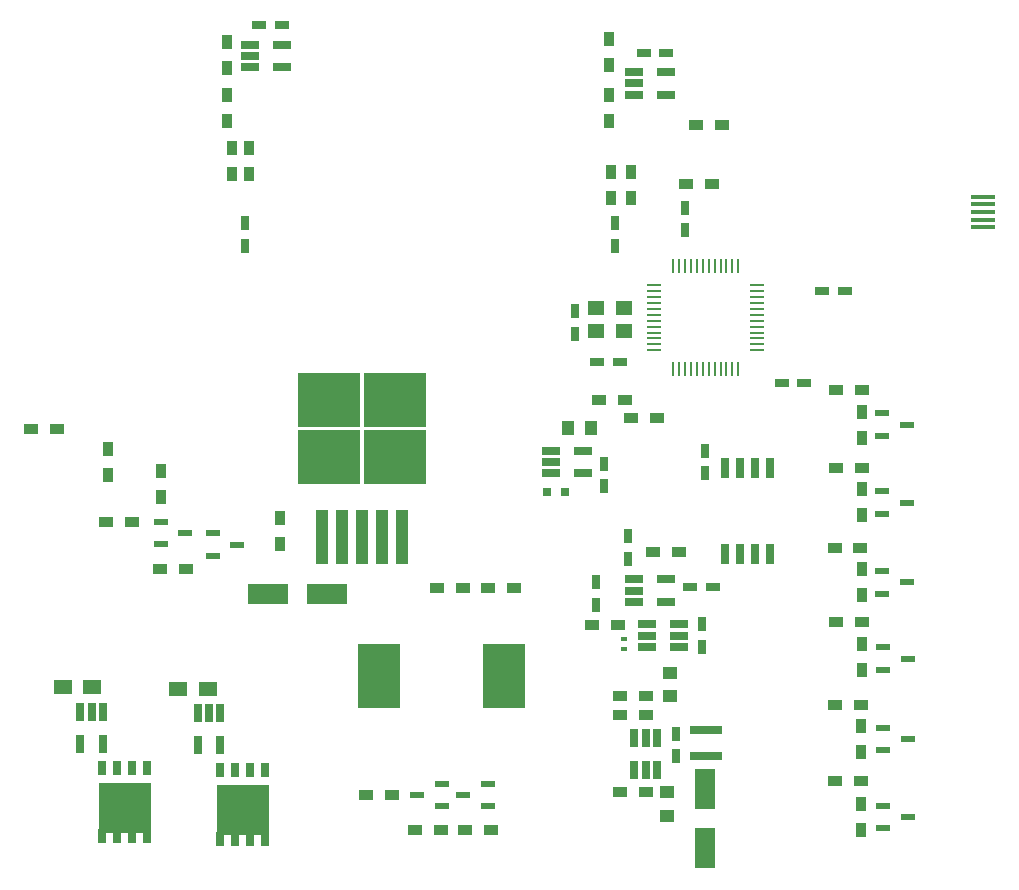
<source format=gbr>
G04 #@! TF.GenerationSoftware,KiCad,Pcbnew,(5.0.0)*
G04 #@! TF.CreationDate,2019-05-27T20:41:17+03:00*
G04 #@! TF.ProjectId,Telemetry,54656C656D657472792E6B696361645F,rev?*
G04 #@! TF.SameCoordinates,Original*
G04 #@! TF.FileFunction,Paste,Top*
G04 #@! TF.FilePolarity,Positive*
%FSLAX46Y46*%
G04 Gerber Fmt 4.6, Leading zero omitted, Abs format (unit mm)*
G04 Created by KiCad (PCBNEW (5.0.0)) date 05/27/19 20:41:17*
%MOMM*%
%LPD*%
G01*
G04 APERTURE LIST*
%ADD10R,1.400000X1.200000*%
%ADD11R,2.000000X0.400000*%
%ADD12R,0.750000X1.200000*%
%ADD13R,1.200000X0.900000*%
%ADD14R,0.900000X1.200000*%
%ADD15R,1.300000X0.600000*%
%ADD16R,1.560000X0.650000*%
%ADD17R,1.000000X1.250000*%
%ADD18R,0.650000X1.560000*%
%ADD19R,3.500000X1.800000*%
%ADD20R,1.200000X0.750000*%
%ADD21R,0.800000X0.750000*%
%ADD22R,1.250000X1.000000*%
%ADD23R,0.250000X1.300000*%
%ADD24R,1.300000X0.250000*%
%ADD25R,5.250000X4.550000*%
%ADD26R,1.100000X4.600000*%
%ADD27R,1.500000X1.250000*%
%ADD28R,0.700000X1.200000*%
%ADD29R,4.500000X4.290000*%
%ADD30R,1.550000X1.600000*%
%ADD31R,1.550000X1.200000*%
%ADD32R,2.700000X0.800000*%
%ADD33R,3.600000X5.400000*%
%ADD34R,1.800000X3.500000*%
%ADD35R,0.650000X1.700000*%
%ADD36R,0.600000X0.400000*%
G04 APERTURE END LIST*
D10*
G04 #@! TO.C,X101*
X121610000Y-66110000D03*
X119210000Y-66110000D03*
X121610000Y-64210000D03*
X119210000Y-64210000D03*
G04 #@! TD*
D11*
G04 #@! TO.C,J105*
X151950000Y-54750000D03*
X151937460Y-55400900D03*
X151937460Y-56050900D03*
X151937460Y-56700900D03*
X151937460Y-57350900D03*
G04 #@! TD*
D12*
G04 #@! TO.C,C106*
X128400000Y-78150000D03*
X128400000Y-76250000D03*
G04 #@! TD*
D13*
G04 #@! TO.C,R103*
X122200000Y-73500000D03*
X124400000Y-73500000D03*
G04 #@! TD*
G04 #@! TO.C,D101*
X121700000Y-72000000D03*
X119500000Y-72000000D03*
G04 #@! TD*
D14*
G04 #@! TO.C,R214*
X82400000Y-80200000D03*
X82400000Y-78000000D03*
G04 #@! TD*
D13*
G04 #@! TO.C,R213*
X79900000Y-82300000D03*
X77700000Y-82300000D03*
G04 #@! TD*
G04 #@! TO.C,R212*
X84500000Y-86300000D03*
X82300000Y-86300000D03*
G04 #@! TD*
G04 #@! TO.C,R211*
X101900000Y-105400000D03*
X99700000Y-105400000D03*
G04 #@! TD*
G04 #@! TO.C,R210*
X103900000Y-108400000D03*
X106100000Y-108400000D03*
G04 #@! TD*
D15*
G04 #@! TO.C,Q407*
X145600000Y-107250000D03*
X143500000Y-108200000D03*
X143500000Y-106300000D03*
G04 #@! TD*
G04 #@! TO.C,Q406*
X143500000Y-99700000D03*
X143500000Y-101600000D03*
X145600000Y-100650000D03*
G04 #@! TD*
G04 #@! TO.C,Q405*
X143500000Y-92900000D03*
X143500000Y-94800000D03*
X145600000Y-93850000D03*
G04 #@! TD*
G04 #@! TO.C,Q403*
X145500000Y-87400000D03*
X143400000Y-88350000D03*
X143400000Y-86450000D03*
G04 #@! TD*
G04 #@! TO.C,Q402*
X145550000Y-80650000D03*
X143450000Y-81600000D03*
X143450000Y-79700000D03*
G04 #@! TD*
G04 #@! TO.C,Q401*
X143450000Y-73100000D03*
X143450000Y-75000000D03*
X145550000Y-74050000D03*
G04 #@! TD*
G04 #@! TO.C,Q204*
X82350000Y-82250000D03*
X82350000Y-84150000D03*
X84450000Y-83200000D03*
G04 #@! TD*
G04 #@! TO.C,Q203*
X86750000Y-83250000D03*
X86750000Y-85150000D03*
X88850000Y-84200000D03*
G04 #@! TD*
G04 #@! TO.C,Q202*
X104050000Y-105400000D03*
X106150000Y-104450000D03*
X106150000Y-106350000D03*
G04 #@! TD*
G04 #@! TO.C,Q201*
X107950000Y-105400000D03*
X110050000Y-104450000D03*
X110050000Y-106350000D03*
G04 #@! TD*
D16*
G04 #@! TO.C,U301*
X115400000Y-76250000D03*
X115400000Y-77200000D03*
X115400000Y-78150000D03*
X118100000Y-78150000D03*
X118100000Y-76250000D03*
G04 #@! TD*
D17*
G04 #@! TO.C,C309*
X116800000Y-74350000D03*
X118800000Y-74350000D03*
G04 #@! TD*
D12*
G04 #@! TO.C,C302*
X119900000Y-79250000D03*
X119900000Y-77350000D03*
G04 #@! TD*
D14*
G04 #@! TO.C,R307*
X120500000Y-52650000D03*
X120500000Y-54850000D03*
G04 #@! TD*
G04 #@! TO.C,R305*
X88350000Y-52800000D03*
X88350000Y-50600000D03*
G04 #@! TD*
G04 #@! TO.C,R308*
X122150000Y-52650000D03*
X122150000Y-54850000D03*
G04 #@! TD*
G04 #@! TO.C,R306*
X89850000Y-52800000D03*
X89850000Y-50600000D03*
G04 #@! TD*
D16*
G04 #@! TO.C,U305*
X125150000Y-44200000D03*
X125150000Y-46100000D03*
X122450000Y-46100000D03*
X122450000Y-45150000D03*
X122450000Y-44200000D03*
G04 #@! TD*
G04 #@! TO.C,U303*
X92600000Y-41900000D03*
X92600000Y-43800000D03*
X89900000Y-43800000D03*
X89900000Y-42850000D03*
X89900000Y-41900000D03*
G04 #@! TD*
D18*
G04 #@! TO.C,U202*
X123400000Y-103250000D03*
X124350000Y-103250000D03*
X122450000Y-103250000D03*
X122450000Y-100550000D03*
X123400000Y-100550000D03*
X124350000Y-100550000D03*
G04 #@! TD*
D14*
G04 #@! TO.C,R415*
X141650000Y-106150000D03*
X141650000Y-108350000D03*
G04 #@! TD*
G04 #@! TO.C,R414*
X141650000Y-99550000D03*
X141650000Y-101750000D03*
G04 #@! TD*
G04 #@! TO.C,R413*
X141750000Y-92650000D03*
X141750000Y-94850000D03*
G04 #@! TD*
D13*
G04 #@! TO.C,R411*
X139450000Y-104250000D03*
X141650000Y-104250000D03*
G04 #@! TD*
G04 #@! TO.C,R410*
X139450000Y-97750000D03*
X141650000Y-97750000D03*
G04 #@! TD*
G04 #@! TO.C,R409*
X139550000Y-90750000D03*
X141750000Y-90750000D03*
G04 #@! TD*
D14*
G04 #@! TO.C,R407*
X141750000Y-86300000D03*
X141750000Y-88500000D03*
G04 #@! TD*
G04 #@! TO.C,R406*
X141700000Y-79500000D03*
X141700000Y-81700000D03*
G04 #@! TD*
G04 #@! TO.C,R405*
X141750000Y-72950000D03*
X141750000Y-75150000D03*
G04 #@! TD*
D13*
G04 #@! TO.C,R404*
X139400000Y-84500000D03*
X141600000Y-84500000D03*
G04 #@! TD*
G04 #@! TO.C,R403*
X139500000Y-77700000D03*
X141700000Y-77700000D03*
G04 #@! TD*
G04 #@! TO.C,R402*
X139550000Y-71150000D03*
X141750000Y-71150000D03*
G04 #@! TD*
D14*
G04 #@! TO.C,R304*
X120300000Y-48350000D03*
X120300000Y-46150000D03*
G04 #@! TD*
G04 #@! TO.C,R303*
X120300000Y-43600000D03*
X120300000Y-41400000D03*
G04 #@! TD*
G04 #@! TO.C,R302*
X87950000Y-48300000D03*
X87950000Y-46100000D03*
G04 #@! TD*
G04 #@! TO.C,R301*
X87950000Y-43850000D03*
X87950000Y-41650000D03*
G04 #@! TD*
D13*
G04 #@! TO.C,R209*
X110300000Y-108400000D03*
X108100000Y-108400000D03*
G04 #@! TD*
G04 #@! TO.C,R208*
X123400000Y-98600000D03*
X121200000Y-98600000D03*
G04 #@! TD*
G04 #@! TO.C,R207*
X121200000Y-97000000D03*
X123400000Y-97000000D03*
G04 #@! TD*
G04 #@! TO.C,R206*
X123400000Y-105150000D03*
X121200000Y-105150000D03*
G04 #@! TD*
D14*
G04 #@! TO.C,R205*
X77900000Y-78300000D03*
X77900000Y-76100000D03*
G04 #@! TD*
D13*
G04 #@! TO.C,R204*
X105750000Y-87900000D03*
X107950000Y-87900000D03*
G04 #@! TD*
G04 #@! TO.C,R203*
X73600000Y-74450000D03*
X71400000Y-74450000D03*
G04 #@! TD*
G04 #@! TO.C,R202*
X110100000Y-87900000D03*
X112300000Y-87900000D03*
G04 #@! TD*
D14*
G04 #@! TO.C,R201*
X92450000Y-81950000D03*
X92450000Y-84150000D03*
G04 #@! TD*
D13*
G04 #@! TO.C,R102*
X126800000Y-53700000D03*
X129000000Y-53700000D03*
G04 #@! TD*
G04 #@! TO.C,R101*
X129900000Y-48700000D03*
X127700000Y-48700000D03*
G04 #@! TD*
D19*
G04 #@! TO.C,D202*
X91400000Y-88400000D03*
X96400000Y-88400000D03*
G04 #@! TD*
D20*
G04 #@! TO.C,C307*
X125150000Y-42600000D03*
X123250000Y-42600000D03*
G04 #@! TD*
D12*
G04 #@! TO.C,C306*
X89450000Y-58900000D03*
X89450000Y-57000000D03*
G04 #@! TD*
D20*
G04 #@! TO.C,C304*
X92600000Y-40250000D03*
X90700000Y-40250000D03*
G04 #@! TD*
D12*
G04 #@! TO.C,C303*
X120850000Y-58900000D03*
X120850000Y-57000000D03*
G04 #@! TD*
D21*
G04 #@! TO.C,C301*
X116600000Y-79750000D03*
X115100000Y-79750000D03*
G04 #@! TD*
D22*
G04 #@! TO.C,C206*
X125450000Y-95050000D03*
X125450000Y-97050000D03*
G04 #@! TD*
G04 #@! TO.C,C205*
X125200000Y-107150000D03*
X125200000Y-105150000D03*
G04 #@! TD*
D12*
G04 #@! TO.C,C203*
X126000000Y-100200000D03*
X126000000Y-102100000D03*
G04 #@! TD*
D20*
G04 #@! TO.C,C105*
X119330000Y-68770000D03*
X121230000Y-68770000D03*
G04 #@! TD*
D12*
G04 #@! TO.C,C104*
X126700000Y-55700000D03*
X126700000Y-57600000D03*
G04 #@! TD*
D20*
G04 #@! TO.C,C103*
X136850000Y-70500000D03*
X134950000Y-70500000D03*
G04 #@! TD*
G04 #@! TO.C,C102*
X140250000Y-62700000D03*
X138350000Y-62700000D03*
G04 #@! TD*
D12*
G04 #@! TO.C,C101*
X117400000Y-66350000D03*
X117400000Y-64450000D03*
G04 #@! TD*
D23*
G04 #@! TO.C,U101*
X125750000Y-60650000D03*
X126250000Y-60650000D03*
X126750000Y-60650000D03*
X127250000Y-60650000D03*
X127750000Y-60650000D03*
X128250000Y-60650000D03*
X128750000Y-60650000D03*
X129250000Y-60650000D03*
X129750000Y-60650000D03*
X130250000Y-60650000D03*
X130750000Y-60650000D03*
X131250000Y-60650000D03*
D24*
X132850000Y-62250000D03*
X132850000Y-62750000D03*
X132850000Y-63250000D03*
X132850000Y-63750000D03*
X132850000Y-64250000D03*
X132850000Y-64750000D03*
X132850000Y-65250000D03*
X132850000Y-65750000D03*
X132850000Y-66250000D03*
X132850000Y-66750000D03*
X132850000Y-67250000D03*
X132850000Y-67750000D03*
D23*
X131250000Y-69350000D03*
X130750000Y-69350000D03*
X130250000Y-69350000D03*
X129750000Y-69350000D03*
X129250000Y-69350000D03*
X128750000Y-69350000D03*
X128250000Y-69350000D03*
X127750000Y-69350000D03*
X127250000Y-69350000D03*
X126750000Y-69350000D03*
X126250000Y-69350000D03*
X125750000Y-69350000D03*
D24*
X124150000Y-67750000D03*
X124150000Y-67250000D03*
X124150000Y-66750000D03*
X124150000Y-66250000D03*
X124150000Y-65750000D03*
X124150000Y-65250000D03*
X124150000Y-64750000D03*
X124150000Y-64250000D03*
X124150000Y-63750000D03*
X124150000Y-63250000D03*
X124150000Y-62750000D03*
X124150000Y-62250000D03*
G04 #@! TD*
D25*
G04 #@! TO.C,U201*
X102150000Y-76800000D03*
X96600000Y-71950000D03*
X96600000Y-76800000D03*
X102150000Y-71950000D03*
D26*
X102775000Y-83525000D03*
X101075000Y-83525000D03*
X99375000Y-83525000D03*
X97675000Y-83525000D03*
X95975000Y-83525000D03*
G04 #@! TD*
D27*
G04 #@! TO.C,C401*
X74050000Y-96300000D03*
X76550000Y-96300000D03*
G04 #@! TD*
G04 #@! TO.C,C402*
X86350000Y-96400000D03*
X83850000Y-96400000D03*
G04 #@! TD*
D18*
G04 #@! TO.C,U401*
X77450000Y-101050000D03*
X75550000Y-101050000D03*
X75550000Y-98350000D03*
X76500000Y-98350000D03*
X77450000Y-98350000D03*
G04 #@! TD*
G04 #@! TO.C,U402*
X87400000Y-98500000D03*
X86450000Y-98500000D03*
X85500000Y-98500000D03*
X85500000Y-101200000D03*
X87400000Y-101200000D03*
G04 #@! TD*
D28*
G04 #@! TO.C,Q404*
X81210000Y-103100000D03*
X79940000Y-103100000D03*
X78660000Y-103100000D03*
X77390000Y-103100000D03*
X77390000Y-108900000D03*
X78660000Y-108900000D03*
X79940000Y-108900000D03*
X81210000Y-108900000D03*
D29*
X79300000Y-106500000D03*
D30*
X80390000Y-107250000D03*
X78210000Y-107250000D03*
D31*
X80390000Y-105250000D03*
X78210000Y-105250000D03*
G04 #@! TD*
G04 #@! TO.C,Q408*
X88210000Y-105450000D03*
X90390000Y-105450000D03*
D30*
X88210000Y-107450000D03*
X90390000Y-107450000D03*
D29*
X89300000Y-106700000D03*
D28*
X91210000Y-109100000D03*
X89940000Y-109100000D03*
X88660000Y-109100000D03*
X87390000Y-109100000D03*
X87390000Y-103300000D03*
X88660000Y-103300000D03*
X89940000Y-103300000D03*
X91210000Y-103300000D03*
G04 #@! TD*
D20*
G04 #@! TO.C,C403*
X127200000Y-87750000D03*
X129100000Y-87750000D03*
G04 #@! TD*
D12*
G04 #@! TO.C,C404*
X119200000Y-87400000D03*
X119200000Y-89300000D03*
G04 #@! TD*
G04 #@! TO.C,C405*
X121900000Y-85400000D03*
X121900000Y-83500000D03*
G04 #@! TD*
D13*
G04 #@! TO.C,R401*
X118900000Y-91000000D03*
X121100000Y-91000000D03*
G04 #@! TD*
G04 #@! TO.C,R408*
X124000000Y-84800000D03*
X126200000Y-84800000D03*
G04 #@! TD*
D16*
G04 #@! TO.C,U403*
X126200000Y-92850000D03*
X126200000Y-91900000D03*
X126200000Y-90950000D03*
X123500000Y-90950000D03*
X123500000Y-92850000D03*
X123500000Y-91900000D03*
G04 #@! TD*
G04 #@! TO.C,U404*
X122450000Y-87150000D03*
X122450000Y-88100000D03*
X122450000Y-89050000D03*
X125150000Y-89050000D03*
X125150000Y-87150000D03*
G04 #@! TD*
D32*
G04 #@! TO.C,L201*
X128500000Y-102100000D03*
X128500000Y-99900000D03*
G04 #@! TD*
D33*
G04 #@! TO.C,L202*
X100850000Y-95350000D03*
X111450000Y-95350000D03*
G04 #@! TD*
D12*
G04 #@! TO.C,C406*
X128150000Y-92850000D03*
X128150000Y-90950000D03*
G04 #@! TD*
D34*
G04 #@! TO.C,D201*
X128450000Y-104900000D03*
X128450000Y-109900000D03*
G04 #@! TD*
D35*
G04 #@! TO.C,U102*
X130110000Y-84990000D03*
X131380000Y-84990000D03*
X132650000Y-84990000D03*
X133920000Y-84990000D03*
X133920000Y-77690000D03*
X132650000Y-77690000D03*
X131380000Y-77690000D03*
X130110000Y-77690000D03*
G04 #@! TD*
D36*
G04 #@! TO.C,R412*
X121560000Y-93080000D03*
X121560000Y-92180000D03*
G04 #@! TD*
M02*

</source>
